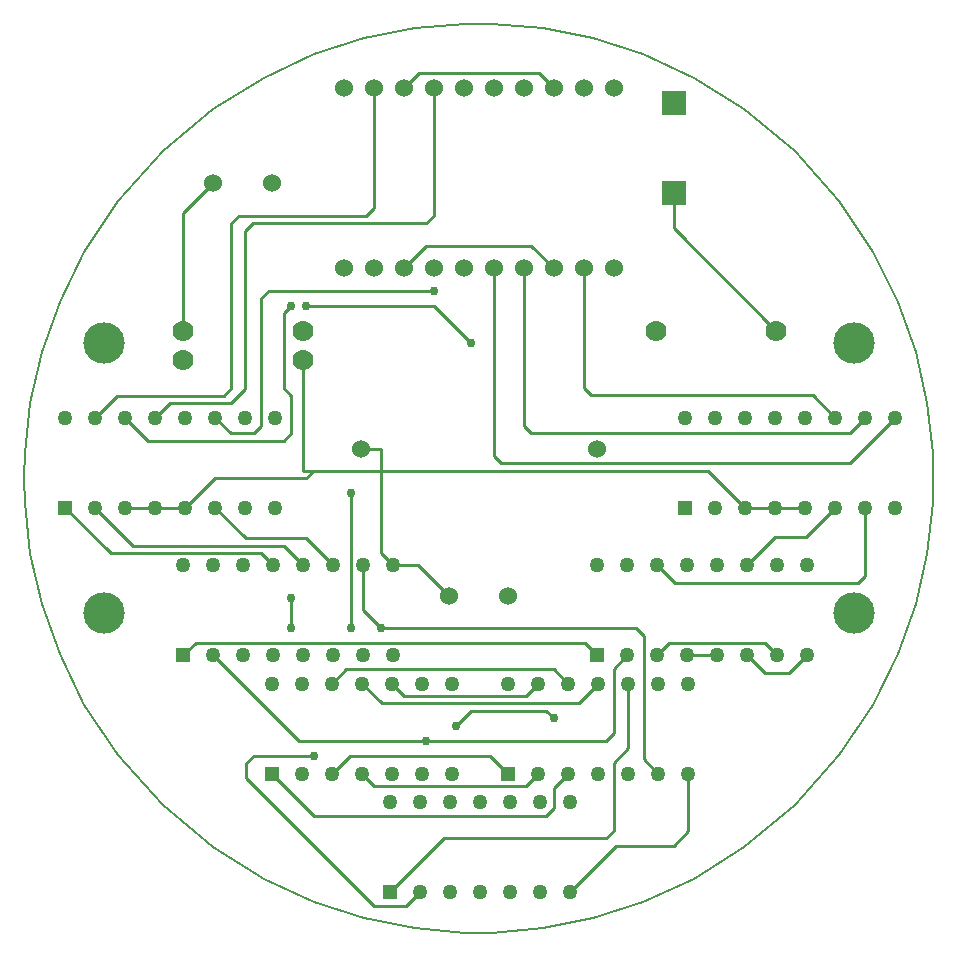
<source format=gbr>
G04 PROTEUS GERBER X2 FILE*
%TF.GenerationSoftware,Labcenter,Proteus,8.13-SP0-Build31525*%
%TF.CreationDate,2022-10-12T09:32:55+00:00*%
%TF.FileFunction,Copper,L1,Top*%
%TF.FilePolarity,Positive*%
%TF.Part,Single*%
%TF.SameCoordinates,{96deeafe-a607-4606-be7e-3443a3b47cd9}*%
%FSLAX45Y45*%
%MOMM*%
G01*
%TA.AperFunction,Conductor*%
%ADD10C,0.254000*%
%TA.AperFunction,ViaPad*%
%ADD11C,0.762000*%
%TA.AperFunction,ComponentPad*%
%ADD12C,1.524000*%
%TA.AperFunction,ComponentPad*%
%ADD13C,1.778000*%
%TA.AperFunction,ComponentPad*%
%ADD14R,1.270000X1.270000*%
%ADD15C,1.270000*%
%TA.AperFunction,OtherPad,Unknown*%
%ADD16C,3.500000*%
%TA.AperFunction,ComponentPad*%
%ADD17R,2.032000X2.032000*%
%TA.AperFunction,Profile*%
%ADD18C,0.203110*%
%TD.AperFunction*%
D10*
X-2738000Y+512000D02*
X-2615000Y+635000D01*
X-2095500Y+635000D01*
X-1977145Y+753355D01*
X-1977145Y+2095500D01*
X-1913645Y+2159000D01*
X-444500Y+2159000D01*
X-381000Y+2222500D01*
X-381000Y+3302000D01*
X-381000Y+1587500D02*
X-1778000Y+1587500D01*
X-1841500Y+1524000D01*
X-1841500Y+444500D01*
X-1905000Y+381000D01*
X-2099000Y+381000D01*
X-2230000Y+512000D01*
X-3246000Y+512000D02*
X-3059500Y+698500D01*
X-2159000Y+698500D01*
X-2095500Y+762000D01*
X-2095500Y+2159000D01*
X-2032000Y+2222500D01*
X-952500Y+2222500D01*
X-889000Y+2286000D01*
X-889000Y+3302000D01*
X-1587500Y+1460500D02*
X-1651000Y+1397000D01*
X-1651000Y+762000D01*
X-1587500Y+698500D01*
X-1587500Y+381000D01*
X-1651000Y+317500D01*
X-2797500Y+317500D01*
X-2992000Y+512000D01*
X+1651000Y+2413000D02*
X+1651000Y+2115000D01*
X+2516000Y+1250000D01*
X+635000Y+3302000D02*
X+508000Y+3429000D01*
X-508000Y+3429000D01*
X-635000Y+3302000D01*
X-635000Y+1778000D02*
X-444500Y+1968500D01*
X+444500Y+1968500D01*
X+635000Y+1778000D01*
X-734000Y-1738000D02*
X-630500Y-1841500D01*
X+400500Y-1841500D01*
X+504000Y-1738000D01*
X-1079500Y-1270000D02*
X-1079500Y-127000D01*
X+1508000Y-738000D02*
X+1659000Y-889000D01*
X+3210500Y-889000D01*
X+3274000Y-825500D01*
X+3274000Y-250000D01*
X+758000Y-2500000D02*
X+635000Y-2623000D01*
X+635000Y-2794000D01*
X+571500Y-2857500D01*
X-1392500Y-2857500D01*
X-1750000Y-2500000D01*
X+3020000Y+512000D02*
X+2829668Y+702332D01*
X+952500Y+702332D01*
X+889000Y+765832D01*
X+889000Y+1778000D01*
X+2270000Y-738000D02*
X+2510633Y-497367D01*
X+2772633Y-497367D01*
X+3020000Y-250000D01*
X+3274000Y+512000D02*
X+3143000Y+381000D01*
X+444500Y+381000D01*
X+381000Y+444500D01*
X+381000Y+1778000D01*
X+2258000Y-250000D02*
X+1944500Y+63500D01*
X+516000Y+63500D01*
X-2484000Y-250000D02*
X-2234000Y+0D01*
X-1460500Y+0D01*
X-1397000Y+63500D01*
X-722000Y-738000D02*
X-512000Y-738000D01*
X-250000Y-1000000D01*
X+2524000Y-1500000D02*
X+2421000Y-1397000D01*
X+1611000Y-1397000D01*
X+1508000Y-1500000D01*
X-2738000Y-250000D02*
X-2484000Y-250000D01*
X+2512000Y-250000D02*
X+2766000Y-250000D01*
X-2738000Y-250000D02*
X-2992000Y-250000D01*
X+2258000Y-250000D02*
X+2512000Y-250000D01*
X-1397000Y+63500D02*
X-825500Y+63500D01*
X+516000Y+63500D01*
X-722000Y-738000D02*
X-825500Y-634500D01*
X-825500Y+63500D01*
X-825500Y+250000D01*
X-1000000Y+250000D01*
X-1484000Y+1000000D02*
X-1484000Y+250000D01*
X-1484000Y+63500D01*
X-1397000Y+63500D01*
X+3528000Y+512000D02*
X+3143000Y+127000D01*
X+190500Y+127000D01*
X+127000Y+190500D01*
X+127000Y+1778000D01*
X-1738000Y-738000D02*
X-1841000Y-635000D01*
X-3115000Y-635000D01*
X-3500000Y-250000D01*
X-1484000Y-738000D02*
X-1650500Y-571500D01*
X-2924500Y-571500D01*
X-3246000Y-250000D01*
X-1587500Y-1016000D02*
X-1587500Y-1270000D01*
X-1230000Y-738000D02*
X-1460000Y-508000D01*
X-1972000Y-508000D01*
X-2230000Y-250000D01*
X-444500Y-2222500D02*
X-1523500Y-2222500D01*
X-2246000Y-1500000D01*
X-444500Y-2222500D02*
X+1079500Y-2222500D01*
X+1143000Y-2159000D01*
X+1143000Y-1611000D01*
X+1254000Y-1500000D01*
X+1000000Y-1500000D02*
X+897000Y-1397000D01*
X-2397000Y-1397000D01*
X-2500000Y-1500000D01*
X-825500Y-1270000D02*
X+1333500Y-1270000D01*
X+1397000Y-1333500D01*
X+1397000Y-2377000D01*
X+1520000Y-2500000D01*
X-825500Y-1270000D02*
X-976000Y-1119500D01*
X-976000Y-738000D01*
X+250000Y-2500000D02*
X+99500Y-2349500D01*
X-1091500Y-2349500D01*
X-1242000Y-2500000D01*
X+504000Y-2500000D02*
X+400500Y-2603500D01*
X-884500Y-2603500D01*
X-988000Y-2500000D01*
X-1397000Y-2349500D02*
X-1905000Y-2349500D01*
X-1968500Y-2413000D01*
X-1968500Y-2540000D01*
X-889000Y-3619500D01*
X-615500Y-3619500D01*
X-496000Y-3500000D01*
X-1460500Y+1460500D02*
X-381000Y+1460500D01*
X-63500Y+1143000D01*
X+758000Y-1738000D02*
X+639000Y-1619000D01*
X-1123000Y-1619000D01*
X-1242000Y-1738000D01*
X+1012000Y-1738000D02*
X+845000Y-1905000D01*
X-821000Y-1905000D01*
X-988000Y-1738000D01*
X-750000Y-3500000D02*
X-298000Y-3048000D01*
X+1079500Y-3048000D01*
X+1143000Y-2984500D01*
X+1143000Y-2409000D01*
X+1266000Y-2286000D01*
X+1266000Y-1738000D01*
X+1774000Y-2500000D02*
X+1774000Y-2988500D01*
X+1651000Y-3111500D01*
X+1162500Y-3111500D01*
X+774000Y-3500000D01*
X-2500000Y+1250000D02*
X-2500000Y+2250000D01*
X-2250000Y+2500000D01*
X-190500Y-2095500D02*
X-63500Y-1968500D01*
X+571500Y-1968500D01*
X+635000Y-2032000D01*
X+2270000Y-1500000D02*
X+2421000Y-1651000D01*
X+2627000Y-1651000D01*
X+2778000Y-1500000D01*
X+2016000Y-1500000D02*
X+1762000Y-1500000D01*
D11*
X-381000Y+1587500D03*
X-1587500Y+1460500D03*
X-1079500Y-127000D03*
X-1079500Y-1270000D03*
X-1587500Y-1270000D03*
X-1587500Y-1016000D03*
X-444500Y-2222500D03*
X-825500Y-1270000D03*
X-1397000Y-2349500D03*
X-63500Y+1143000D03*
X-1460500Y+1460500D03*
X+635000Y-2032000D03*
X-190500Y-2095500D03*
D12*
X-1143000Y+1778000D03*
X-889000Y+1778000D03*
X-381000Y+1778000D03*
X-127000Y+1778000D03*
X-127000Y+3302000D03*
X-381000Y+3302000D03*
X-889000Y+3302000D03*
X-1143000Y+3302000D03*
X-635000Y+1778000D03*
X-635000Y+3302000D03*
X+127000Y+1778000D03*
X+381000Y+1778000D03*
X+889000Y+1778000D03*
X+1143000Y+1778000D03*
X+1143000Y+3302000D03*
X+889000Y+3302000D03*
X+381000Y+3302000D03*
X+127000Y+3302000D03*
X+635000Y+1778000D03*
X+635000Y+3302000D03*
D13*
X-2500000Y+1250000D03*
X-1484000Y+1250000D03*
X-2500000Y+1000000D03*
X-1484000Y+1000000D03*
X+1500000Y+1250000D03*
X+2516000Y+1250000D03*
D14*
X+1750000Y-250000D03*
D15*
X+2004000Y-250000D03*
X+2258000Y-250000D03*
X+2512000Y-250000D03*
X+2766000Y-250000D03*
X+3020000Y-250000D03*
X+3274000Y-250000D03*
X+3528000Y-250000D03*
X+3528000Y+512000D03*
X+3274000Y+512000D03*
X+3020000Y+512000D03*
X+2766000Y+512000D03*
X+2512000Y+512000D03*
X+2258000Y+512000D03*
X+2004000Y+512000D03*
X+1750000Y+512000D03*
D14*
X-3500000Y-250000D03*
D15*
X-3246000Y-250000D03*
X-2992000Y-250000D03*
X-2738000Y-250000D03*
X-2484000Y-250000D03*
X-2230000Y-250000D03*
X-1976000Y-250000D03*
X-1722000Y-250000D03*
X-1722000Y+512000D03*
X-1976000Y+512000D03*
X-2230000Y+512000D03*
X-2484000Y+512000D03*
X-2738000Y+512000D03*
X-2992000Y+512000D03*
X-3246000Y+512000D03*
X-3500000Y+512000D03*
D14*
X+1000000Y-1500000D03*
D15*
X+1254000Y-1500000D03*
X+1508000Y-1500000D03*
X+1762000Y-1500000D03*
X+2016000Y-1500000D03*
X+2270000Y-1500000D03*
X+2524000Y-1500000D03*
X+2778000Y-1500000D03*
X+2778000Y-738000D03*
X+2524000Y-738000D03*
X+2270000Y-738000D03*
X+2016000Y-738000D03*
X+1762000Y-738000D03*
X+1508000Y-738000D03*
X+1254000Y-738000D03*
X+1000000Y-738000D03*
D14*
X-2500000Y-1500000D03*
D15*
X-2246000Y-1500000D03*
X-1992000Y-1500000D03*
X-1738000Y-1500000D03*
X-1484000Y-1500000D03*
X-1230000Y-1500000D03*
X-976000Y-1500000D03*
X-722000Y-1500000D03*
X-722000Y-738000D03*
X-976000Y-738000D03*
X-1230000Y-738000D03*
X-1484000Y-738000D03*
X-1738000Y-738000D03*
X-1992000Y-738000D03*
X-2246000Y-738000D03*
X-2500000Y-738000D03*
D14*
X-1750000Y-2500000D03*
D15*
X-1496000Y-2500000D03*
X-1242000Y-2500000D03*
X-988000Y-2500000D03*
X-734000Y-2500000D03*
X-480000Y-2500000D03*
X-226000Y-2500000D03*
X-226000Y-1738000D03*
X-480000Y-1738000D03*
X-734000Y-1738000D03*
X-988000Y-1738000D03*
X-1242000Y-1738000D03*
X-1496000Y-1738000D03*
X-1750000Y-1738000D03*
D14*
X+250000Y-2500000D03*
D15*
X+504000Y-2500000D03*
X+758000Y-2500000D03*
X+1012000Y-2500000D03*
X+1266000Y-2500000D03*
X+1520000Y-2500000D03*
X+1774000Y-2500000D03*
X+1774000Y-1738000D03*
X+1520000Y-1738000D03*
X+1266000Y-1738000D03*
X+1012000Y-1738000D03*
X+758000Y-1738000D03*
X+504000Y-1738000D03*
X+250000Y-1738000D03*
D14*
X-750000Y-3500000D03*
D15*
X-496000Y-3500000D03*
X-242000Y-3500000D03*
X+12000Y-3500000D03*
X+266000Y-3500000D03*
X+520000Y-3500000D03*
X+774000Y-3500000D03*
X+774000Y-2738000D03*
X+520000Y-2738000D03*
X+266000Y-2738000D03*
X+12000Y-2738000D03*
X-242000Y-2738000D03*
X-496000Y-2738000D03*
X-750000Y-2738000D03*
D16*
X-3175000Y+1143000D03*
X-3175000Y-1143000D03*
X+3175000Y+1143000D03*
X+3175000Y-1143000D03*
D17*
X+1651000Y+2413000D03*
X+1651000Y+3175000D03*
D12*
X-1000000Y+250000D03*
X+1000000Y+250000D03*
X-2250000Y+2500000D03*
X-1750000Y+2500000D03*
X-250000Y-1000000D03*
X+250000Y-1000000D03*
D18*
X+3850000Y+0D02*
X+3844096Y+213142D01*
X+3796529Y+639427D01*
X+3699562Y+1065712D01*
X+3549147Y+1491997D01*
X+3338067Y+1918282D01*
X+3053769Y+2344567D01*
X+2673870Y+2770003D01*
X+2247585Y+3125838D01*
X+1821300Y+3391956D01*
X+1395015Y+3588375D01*
X+968730Y+3726132D01*
X+542445Y+3811595D01*
X+116160Y+3848247D01*
X+0Y+3850000D01*
X-3850000Y+0D02*
X-3844096Y+213142D01*
X-3796529Y+639427D01*
X-3699562Y+1065712D01*
X-3549147Y+1491997D01*
X-3338067Y+1918282D01*
X-3053769Y+2344567D01*
X-2673870Y+2770003D01*
X-2247585Y+3125838D01*
X-1821300Y+3391956D01*
X-1395015Y+3588375D01*
X-968730Y+3726132D01*
X-542445Y+3811595D01*
X-116160Y+3848247D01*
X+0Y+3850000D01*
X-3850000Y+0D02*
X-3844096Y-213142D01*
X-3796529Y-639427D01*
X-3699562Y-1065712D01*
X-3549147Y-1491997D01*
X-3338067Y-1918282D01*
X-3053769Y-2344567D01*
X-2673870Y-2770003D01*
X-2247585Y-3125838D01*
X-1821300Y-3391956D01*
X-1395015Y-3588375D01*
X-968730Y-3726132D01*
X-542445Y-3811595D01*
X-116160Y-3848247D01*
X+0Y-3850000D01*
X+3850000Y+0D02*
X+3844096Y-213142D01*
X+3796529Y-639427D01*
X+3699562Y-1065712D01*
X+3549147Y-1491997D01*
X+3338067Y-1918282D01*
X+3053769Y-2344567D01*
X+2673870Y-2770003D01*
X+2247585Y-3125838D01*
X+1821300Y-3391956D01*
X+1395015Y-3588375D01*
X+968730Y-3726132D01*
X+542445Y-3811595D01*
X+116160Y-3848247D01*
X+0Y-3850000D01*
M02*

</source>
